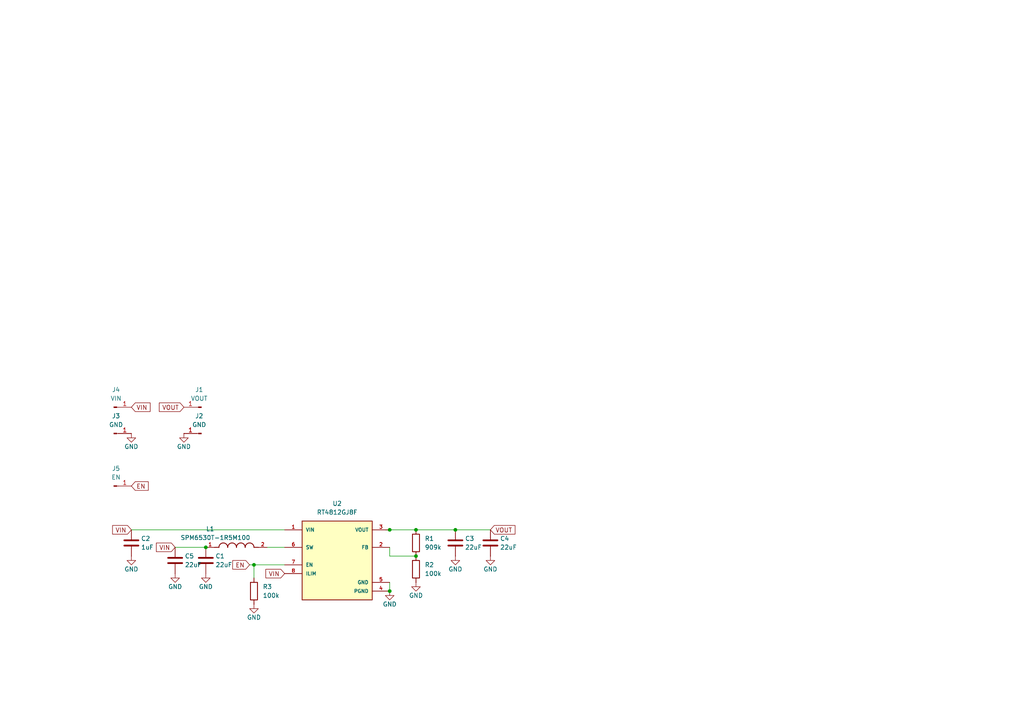
<source format=kicad_sch>
(kicad_sch
	(version 20250114)
	(generator "eeschema")
	(generator_version "9.0")
	(uuid "3f2505ce-c6fe-4b51-9312-30029f83ac24")
	(paper "A4")
	(lib_symbols
		(symbol "Connector:Conn_01x01_Pin"
			(pin_names
				(offset 1.016)
				(hide yes)
			)
			(exclude_from_sim no)
			(in_bom yes)
			(on_board yes)
			(property "Reference" "J"
				(at 0 2.54 0)
				(effects
					(font
						(size 1.27 1.27)
					)
				)
			)
			(property "Value" "Conn_01x01_Pin"
				(at 0 -2.54 0)
				(effects
					(font
						(size 1.27 1.27)
					)
				)
			)
			(property "Footprint" ""
				(at 0 0 0)
				(effects
					(font
						(size 1.27 1.27)
					)
					(hide yes)
				)
			)
			(property "Datasheet" "~"
				(at 0 0 0)
				(effects
					(font
						(size 1.27 1.27)
					)
					(hide yes)
				)
			)
			(property "Description" "Generic connector, single row, 01x01, script generated"
				(at 0 0 0)
				(effects
					(font
						(size 1.27 1.27)
					)
					(hide yes)
				)
			)
			(property "ki_locked" ""
				(at 0 0 0)
				(effects
					(font
						(size 1.27 1.27)
					)
				)
			)
			(property "ki_keywords" "connector"
				(at 0 0 0)
				(effects
					(font
						(size 1.27 1.27)
					)
					(hide yes)
				)
			)
			(property "ki_fp_filters" "Connector*:*_1x??_*"
				(at 0 0 0)
				(effects
					(font
						(size 1.27 1.27)
					)
					(hide yes)
				)
			)
			(symbol "Conn_01x01_Pin_1_1"
				(rectangle
					(start 0.8636 0.127)
					(end 0 -0.127)
					(stroke
						(width 0.1524)
						(type default)
					)
					(fill
						(type outline)
					)
				)
				(polyline
					(pts
						(xy 1.27 0) (xy 0.8636 0)
					)
					(stroke
						(width 0.1524)
						(type default)
					)
					(fill
						(type none)
					)
				)
				(pin passive line
					(at 5.08 0 180)
					(length 3.81)
					(name "Pin_1"
						(effects
							(font
								(size 1.27 1.27)
							)
						)
					)
					(number "1"
						(effects
							(font
								(size 1.27 1.27)
							)
						)
					)
				)
			)
			(embedded_fonts no)
		)
		(symbol "Device:C"
			(pin_numbers
				(hide yes)
			)
			(pin_names
				(offset 0.254)
			)
			(exclude_from_sim no)
			(in_bom yes)
			(on_board yes)
			(property "Reference" "C"
				(at 0.635 2.54 0)
				(effects
					(font
						(size 1.27 1.27)
					)
					(justify left)
				)
			)
			(property "Value" "C"
				(at 0.635 -2.54 0)
				(effects
					(font
						(size 1.27 1.27)
					)
					(justify left)
				)
			)
			(property "Footprint" ""
				(at 0.9652 -3.81 0)
				(effects
					(font
						(size 1.27 1.27)
					)
					(hide yes)
				)
			)
			(property "Datasheet" "~"
				(at 0 0 0)
				(effects
					(font
						(size 1.27 1.27)
					)
					(hide yes)
				)
			)
			(property "Description" "Unpolarized capacitor"
				(at 0 0 0)
				(effects
					(font
						(size 1.27 1.27)
					)
					(hide yes)
				)
			)
			(property "ki_keywords" "cap capacitor"
				(at 0 0 0)
				(effects
					(font
						(size 1.27 1.27)
					)
					(hide yes)
				)
			)
			(property "ki_fp_filters" "C_*"
				(at 0 0 0)
				(effects
					(font
						(size 1.27 1.27)
					)
					(hide yes)
				)
			)
			(symbol "C_0_1"
				(polyline
					(pts
						(xy -2.032 0.762) (xy 2.032 0.762)
					)
					(stroke
						(width 0.508)
						(type default)
					)
					(fill
						(type none)
					)
				)
				(polyline
					(pts
						(xy -2.032 -0.762) (xy 2.032 -0.762)
					)
					(stroke
						(width 0.508)
						(type default)
					)
					(fill
						(type none)
					)
				)
			)
			(symbol "C_1_1"
				(pin passive line
					(at 0 3.81 270)
					(length 2.794)
					(name "~"
						(effects
							(font
								(size 1.27 1.27)
							)
						)
					)
					(number "1"
						(effects
							(font
								(size 1.27 1.27)
							)
						)
					)
				)
				(pin passive line
					(at 0 -3.81 90)
					(length 2.794)
					(name "~"
						(effects
							(font
								(size 1.27 1.27)
							)
						)
					)
					(number "2"
						(effects
							(font
								(size 1.27 1.27)
							)
						)
					)
				)
			)
			(embedded_fonts no)
		)
		(symbol "Device:R"
			(pin_numbers
				(hide yes)
			)
			(pin_names
				(offset 0)
			)
			(exclude_from_sim no)
			(in_bom yes)
			(on_board yes)
			(property "Reference" "R"
				(at 2.032 0 90)
				(effects
					(font
						(size 1.27 1.27)
					)
				)
			)
			(property "Value" "R"
				(at 0 0 90)
				(effects
					(font
						(size 1.27 1.27)
					)
				)
			)
			(property "Footprint" ""
				(at -1.778 0 90)
				(effects
					(font
						(size 1.27 1.27)
					)
					(hide yes)
				)
			)
			(property "Datasheet" "~"
				(at 0 0 0)
				(effects
					(font
						(size 1.27 1.27)
					)
					(hide yes)
				)
			)
			(property "Description" "Resistor"
				(at 0 0 0)
				(effects
					(font
						(size 1.27 1.27)
					)
					(hide yes)
				)
			)
			(property "ki_keywords" "R res resistor"
				(at 0 0 0)
				(effects
					(font
						(size 1.27 1.27)
					)
					(hide yes)
				)
			)
			(property "ki_fp_filters" "R_*"
				(at 0 0 0)
				(effects
					(font
						(size 1.27 1.27)
					)
					(hide yes)
				)
			)
			(symbol "R_0_1"
				(rectangle
					(start -1.016 -2.54)
					(end 1.016 2.54)
					(stroke
						(width 0.254)
						(type default)
					)
					(fill
						(type none)
					)
				)
			)
			(symbol "R_1_1"
				(pin passive line
					(at 0 3.81 270)
					(length 1.27)
					(name "~"
						(effects
							(font
								(size 1.27 1.27)
							)
						)
					)
					(number "1"
						(effects
							(font
								(size 1.27 1.27)
							)
						)
					)
				)
				(pin passive line
					(at 0 -3.81 90)
					(length 1.27)
					(name "~"
						(effects
							(font
								(size 1.27 1.27)
							)
						)
					)
					(number "2"
						(effects
							(font
								(size 1.27 1.27)
							)
						)
					)
				)
			)
			(embedded_fonts no)
		)
		(symbol "RT4812GJ8F:RT4812GJ8F"
			(pin_names
				(offset 1.016)
			)
			(exclude_from_sim no)
			(in_bom yes)
			(on_board yes)
			(property "Reference" "U"
				(at -10.16 11.43 0)
				(effects
					(font
						(size 1.27 1.27)
					)
					(justify left bottom)
				)
			)
			(property "Value" "RT4812GJ8F"
				(at -10.16 -15.24 0)
				(effects
					(font
						(size 1.27 1.27)
					)
					(justify left bottom)
				)
			)
			(property "Footprint" "RT4812GJ8F:SOT65P279X100-8N"
				(at 0 0 0)
				(effects
					(font
						(size 1.27 1.27)
					)
					(justify bottom)
					(hide yes)
				)
			)
			(property "Datasheet" ""
				(at 0 0 0)
				(effects
					(font
						(size 1.27 1.27)
					)
					(hide yes)
				)
			)
			(property "Description" ""
				(at 0 0 0)
				(effects
					(font
						(size 1.27 1.27)
					)
					(hide yes)
				)
			)
			(property "PARTREV" "March 2019"
				(at 0 0 0)
				(effects
					(font
						(size 1.27 1.27)
					)
					(justify bottom)
					(hide yes)
				)
			)
			(property "STANDARD" "IPC 7351B"
				(at 0 0 0)
				(effects
					(font
						(size 1.27 1.27)
					)
					(justify bottom)
					(hide yes)
				)
			)
			(property "MAXIMUM_PACKAGE_HEIGHT" "1.0 mm"
				(at 0 0 0)
				(effects
					(font
						(size 1.27 1.27)
					)
					(justify bottom)
					(hide yes)
				)
			)
			(property "MANUFACTURER" "Richtek Technology"
				(at 0 0 0)
				(effects
					(font
						(size 1.27 1.27)
					)
					(justify bottom)
					(hide yes)
				)
			)
			(symbol "RT4812GJ8F_0_0"
				(rectangle
					(start -10.16 -12.7)
					(end 10.16 10.16)
					(stroke
						(width 0.254)
						(type default)
					)
					(fill
						(type background)
					)
				)
				(pin input line
					(at -15.24 7.62 0)
					(length 5.08)
					(name "VIN"
						(effects
							(font
								(size 1.016 1.016)
							)
						)
					)
					(number "1"
						(effects
							(font
								(size 1.016 1.016)
							)
						)
					)
				)
				(pin passive line
					(at -15.24 2.54 0)
					(length 5.08)
					(name "SW"
						(effects
							(font
								(size 1.016 1.016)
							)
						)
					)
					(number "6"
						(effects
							(font
								(size 1.016 1.016)
							)
						)
					)
				)
				(pin input line
					(at -15.24 -2.54 0)
					(length 5.08)
					(name "EN"
						(effects
							(font
								(size 1.016 1.016)
							)
						)
					)
					(number "7"
						(effects
							(font
								(size 1.016 1.016)
							)
						)
					)
				)
				(pin input line
					(at -15.24 -5.08 0)
					(length 5.08)
					(name "ILIM"
						(effects
							(font
								(size 1.016 1.016)
							)
						)
					)
					(number "8"
						(effects
							(font
								(size 1.016 1.016)
							)
						)
					)
				)
				(pin output line
					(at 15.24 7.62 180)
					(length 5.08)
					(name "VOUT"
						(effects
							(font
								(size 1.016 1.016)
							)
						)
					)
					(number "3"
						(effects
							(font
								(size 1.016 1.016)
							)
						)
					)
				)
				(pin input line
					(at 15.24 2.54 180)
					(length 5.08)
					(name "FB"
						(effects
							(font
								(size 1.016 1.016)
							)
						)
					)
					(number "2"
						(effects
							(font
								(size 1.016 1.016)
							)
						)
					)
				)
				(pin power_in line
					(at 15.24 -7.62 180)
					(length 5.08)
					(name "GND"
						(effects
							(font
								(size 1.016 1.016)
							)
						)
					)
					(number "5"
						(effects
							(font
								(size 1.016 1.016)
							)
						)
					)
				)
				(pin power_in line
					(at 15.24 -10.16 180)
					(length 5.08)
					(name "PGND"
						(effects
							(font
								(size 1.016 1.016)
							)
						)
					)
					(number "4"
						(effects
							(font
								(size 1.016 1.016)
							)
						)
					)
				)
			)
			(embedded_fonts no)
		)
		(symbol "SPM6530T-1R5M100:SPM6530T-1R5M100"
			(pin_names
				(offset 1.016)
			)
			(exclude_from_sim no)
			(in_bom yes)
			(on_board yes)
			(property "Reference" "L"
				(at -10.16 5.08 0)
				(effects
					(font
						(size 1.27 1.27)
					)
					(justify left bottom)
				)
			)
			(property "Value" "SPM6530T-1R5M100"
				(at -10.16 -5.08 0)
				(effects
					(font
						(size 1.27 1.27)
					)
					(justify left top)
				)
			)
			(property "Footprint" "SPM6530T_1R5M100:IND_SPM6530T-1R5M100"
				(at 0 0 0)
				(effects
					(font
						(size 1.27 1.27)
					)
					(justify bottom)
					(hide yes)
				)
			)
			(property "Datasheet" ""
				(at 0 0 0)
				(effects
					(font
						(size 1.27 1.27)
					)
					(hide yes)
				)
			)
			(property "Description" ""
				(at 0 0 0)
				(effects
					(font
						(size 1.27 1.27)
					)
					(hide yes)
				)
			)
			(property "PARTREV" "N/A"
				(at 0 0 0)
				(effects
					(font
						(size 1.27 1.27)
					)
					(justify bottom)
					(hide yes)
				)
			)
			(property "STANDARD" "Manufacturer Recommendations"
				(at 0 0 0)
				(effects
					(font
						(size 1.27 1.27)
					)
					(justify bottom)
					(hide yes)
				)
			)
			(property "MAXIMUM_PACKAGE_HEIGHT" "3.0 mm"
				(at 0 0 0)
				(effects
					(font
						(size 1.27 1.27)
					)
					(justify bottom)
					(hide yes)
				)
			)
			(property "MANUFACTURER" "TDK"
				(at 0 0 0)
				(effects
					(font
						(size 1.27 1.27)
					)
					(justify bottom)
					(hide yes)
				)
			)
			(symbol "SPM6530T-1R5M100_0_0"
				(polyline
					(pts
						(xy -5.08 0) (xy -6.35 0)
					)
					(stroke
						(width 0.254)
						(type default)
					)
					(fill
						(type none)
					)
				)
				(arc
					(start -5.08 0)
					(mid -3.81 1.2645)
					(end -2.54 0)
					(stroke
						(width 0.254)
						(type default)
					)
					(fill
						(type none)
					)
				)
				(arc
					(start -2.54 0)
					(mid -1.27 1.2645)
					(end 0 0)
					(stroke
						(width 0.254)
						(type default)
					)
					(fill
						(type none)
					)
				)
				(arc
					(start 0 0)
					(mid 1.27 1.2645)
					(end 2.54 0)
					(stroke
						(width 0.254)
						(type default)
					)
					(fill
						(type none)
					)
				)
				(arc
					(start 2.54 0)
					(mid 3.81 1.2645)
					(end 5.08 0)
					(stroke
						(width 0.254)
						(type default)
					)
					(fill
						(type none)
					)
				)
				(polyline
					(pts
						(xy 5.08 0) (xy 6.35 0)
					)
					(stroke
						(width 0.254)
						(type default)
					)
					(fill
						(type none)
					)
				)
			)
			(symbol "SPM6530T-1R5M100_1_0"
				(pin passive line
					(at -8.89 0 0)
					(length 2.54)
					(name "~"
						(effects
							(font
								(size 1.016 1.016)
							)
						)
					)
					(number "1"
						(effects
							(font
								(size 1.016 1.016)
							)
						)
					)
				)
				(pin passive line
					(at 8.89 0 180)
					(length 2.54)
					(name "~"
						(effects
							(font
								(size 1.016 1.016)
							)
						)
					)
					(number "2"
						(effects
							(font
								(size 1.016 1.016)
							)
						)
					)
				)
			)
			(embedded_fonts no)
		)
		(symbol "power:GND"
			(power)
			(pin_numbers
				(hide yes)
			)
			(pin_names
				(offset 0)
				(hide yes)
			)
			(exclude_from_sim no)
			(in_bom yes)
			(on_board yes)
			(property "Reference" "#PWR"
				(at 0 -6.35 0)
				(effects
					(font
						(size 1.27 1.27)
					)
					(hide yes)
				)
			)
			(property "Value" "GND"
				(at 0 -3.81 0)
				(effects
					(font
						(size 1.27 1.27)
					)
				)
			)
			(property "Footprint" ""
				(at 0 0 0)
				(effects
					(font
						(size 1.27 1.27)
					)
					(hide yes)
				)
			)
			(property "Datasheet" ""
				(at 0 0 0)
				(effects
					(font
						(size 1.27 1.27)
					)
					(hide yes)
				)
			)
			(property "Description" "Power symbol creates a global label with name \"GND\" , ground"
				(at 0 0 0)
				(effects
					(font
						(size 1.27 1.27)
					)
					(hide yes)
				)
			)
			(property "ki_keywords" "global power"
				(at 0 0 0)
				(effects
					(font
						(size 1.27 1.27)
					)
					(hide yes)
				)
			)
			(symbol "GND_0_1"
				(polyline
					(pts
						(xy 0 0) (xy 0 -1.27) (xy 1.27 -1.27) (xy 0 -2.54) (xy -1.27 -1.27) (xy 0 -1.27)
					)
					(stroke
						(width 0)
						(type default)
					)
					(fill
						(type none)
					)
				)
			)
			(symbol "GND_1_1"
				(pin power_in line
					(at 0 0 270)
					(length 0)
					(name "~"
						(effects
							(font
								(size 1.27 1.27)
							)
						)
					)
					(number "1"
						(effects
							(font
								(size 1.27 1.27)
							)
						)
					)
				)
			)
			(embedded_fonts no)
		)
	)
	(junction
		(at 113.03 171.45)
		(diameter 0)
		(color 0 0 0 0)
		(uuid "1812d37f-44b8-48f6-8713-2601a5d2397c")
	)
	(junction
		(at 120.65 161.29)
		(diameter 0)
		(color 0 0 0 0)
		(uuid "2d62fee0-389b-4fa0-9370-0daf10f0bd1a")
	)
	(junction
		(at 59.69 158.75)
		(diameter 0)
		(color 0 0 0 0)
		(uuid "77fcb62c-9674-4f67-a082-2243c5454d30")
	)
	(junction
		(at 73.66 163.83)
		(diameter 0)
		(color 0 0 0 0)
		(uuid "7ce72859-4bbc-4fce-9694-9c7fc0644f46")
	)
	(junction
		(at 132.08 153.67)
		(diameter 0)
		(color 0 0 0 0)
		(uuid "b9b2e2a7-29a2-4e31-8f5a-ad6d6eaae581")
	)
	(junction
		(at 120.65 153.67)
		(diameter 0)
		(color 0 0 0 0)
		(uuid "bd9a9339-67ba-4f3d-a717-ee38da643f6b")
	)
	(junction
		(at 113.03 153.67)
		(diameter 0)
		(color 0 0 0 0)
		(uuid "f5eb7e28-585e-4309-9fdc-5fad334340d4")
	)
	(wire
		(pts
			(xy 73.66 163.83) (xy 82.55 163.83)
		)
		(stroke
			(width 0)
			(type default)
		)
		(uuid "0d4fde2c-e20e-4db7-9b5e-e108965c802a")
	)
	(wire
		(pts
			(xy 72.39 163.83) (xy 73.66 163.83)
		)
		(stroke
			(width 0)
			(type default)
		)
		(uuid "2a490942-ea71-4931-b8cf-d6aa8479f61b")
	)
	(wire
		(pts
			(xy 77.47 158.75) (xy 82.55 158.75)
		)
		(stroke
			(width 0)
			(type default)
		)
		(uuid "38d4034a-a201-429f-9aaa-edd8874ee5c7")
	)
	(wire
		(pts
			(xy 38.1 153.67) (xy 82.55 153.67)
		)
		(stroke
			(width 0)
			(type default)
		)
		(uuid "537bf7c8-3f01-4e23-9d8d-de309dc8011d")
	)
	(wire
		(pts
			(xy 111.76 153.67) (xy 113.03 153.67)
		)
		(stroke
			(width 0)
			(type default)
		)
		(uuid "619847a1-11f9-4f41-9706-a92190832354")
	)
	(wire
		(pts
			(xy 50.8 158.75) (xy 59.69 158.75)
		)
		(stroke
			(width 0)
			(type default)
		)
		(uuid "63669640-99f1-4544-b568-92d8b16eae96")
	)
	(wire
		(pts
			(xy 132.08 153.67) (xy 142.24 153.67)
		)
		(stroke
			(width 0)
			(type default)
		)
		(uuid "6ad28cb8-f6ef-4e07-af56-0f2ff80363e3")
	)
	(wire
		(pts
			(xy 113.03 161.29) (xy 120.65 161.29)
		)
		(stroke
			(width 0)
			(type default)
		)
		(uuid "7911ab02-d2ce-4203-bd1a-22b7444a8c74")
	)
	(wire
		(pts
			(xy 113.03 158.75) (xy 113.03 161.29)
		)
		(stroke
			(width 0)
			(type default)
		)
		(uuid "88f6b1ba-e737-4d14-b25c-a648dfe420fd")
	)
	(wire
		(pts
			(xy 73.66 163.83) (xy 73.66 167.64)
		)
		(stroke
			(width 0)
			(type default)
		)
		(uuid "9544c643-cf88-4250-9870-27c9fa7baeef")
	)
	(wire
		(pts
			(xy 120.65 153.67) (xy 132.08 153.67)
		)
		(stroke
			(width 0)
			(type default)
		)
		(uuid "e45c3505-654e-4bf6-aae6-02dba76ff659")
	)
	(wire
		(pts
			(xy 113.03 168.91) (xy 113.03 171.45)
		)
		(stroke
			(width 0)
			(type default)
		)
		(uuid "f595941f-d77f-431e-a253-4b4870a3fe36")
	)
	(wire
		(pts
			(xy 113.03 153.67) (xy 120.65 153.67)
		)
		(stroke
			(width 0)
			(type default)
		)
		(uuid "f89dfc23-f1af-464b-9aa3-46caad9d9be3")
	)
	(global_label "VIN"
		(shape input)
		(at 50.8 158.75 180)
		(fields_autoplaced yes)
		(effects
			(font
				(size 1.27 1.27)
			)
			(justify right)
		)
		(uuid "008eb17d-8ac2-46d7-9e2a-4a41ce04c4e1")
		(property "Intersheetrefs" "${INTERSHEET_REFS}"
			(at 44.7909 158.75 0)
			(effects
				(font
					(size 1.27 1.27)
				)
				(justify right)
				(hide yes)
			)
		)
	)
	(global_label "EN"
		(shape input)
		(at 38.1 140.97 0)
		(fields_autoplaced yes)
		(effects
			(font
				(size 1.27 1.27)
			)
			(justify left)
		)
		(uuid "1748f041-f93a-4270-9344-c8aa9f8995b6")
		(property "Intersheetrefs" "${INTERSHEET_REFS}"
			(at 43.5647 140.97 0)
			(effects
				(font
					(size 1.27 1.27)
				)
				(justify left)
				(hide yes)
			)
		)
	)
	(global_label "VIN"
		(shape input)
		(at 38.1 118.11 0)
		(fields_autoplaced yes)
		(effects
			(font
				(size 1.27 1.27)
			)
			(justify left)
		)
		(uuid "56f9b2a7-c13f-4220-80f0-f942e21a185d")
		(property "Intersheetrefs" "${INTERSHEET_REFS}"
			(at 44.1091 118.11 0)
			(effects
				(font
					(size 1.27 1.27)
				)
				(justify left)
				(hide yes)
			)
		)
	)
	(global_label "VIN"
		(shape input)
		(at 38.1 153.67 180)
		(fields_autoplaced yes)
		(effects
			(font
				(size 1.27 1.27)
			)
			(justify right)
		)
		(uuid "78c908ad-1c38-43d1-ae00-e41460689c48")
		(property "Intersheetrefs" "${INTERSHEET_REFS}"
			(at 32.0909 153.67 0)
			(effects
				(font
					(size 1.27 1.27)
				)
				(justify right)
				(hide yes)
			)
		)
	)
	(global_label "EN"
		(shape input)
		(at 72.39 163.83 180)
		(fields_autoplaced yes)
		(effects
			(font
				(size 1.27 1.27)
			)
			(justify right)
		)
		(uuid "a813979d-1588-408f-ace9-19cd52cecdeb")
		(property "Intersheetrefs" "${INTERSHEET_REFS}"
			(at 66.9253 163.83 0)
			(effects
				(font
					(size 1.27 1.27)
				)
				(justify right)
				(hide yes)
			)
		)
	)
	(global_label "VOUT"
		(shape input)
		(at 142.24 153.67 0)
		(fields_autoplaced yes)
		(effects
			(font
				(size 1.27 1.27)
			)
			(justify left)
		)
		(uuid "b57e0ec2-0c3a-4cfc-990f-0dede499f5bc")
		(property "Intersheetrefs" "${INTERSHEET_REFS}"
			(at 149.9424 153.67 0)
			(effects
				(font
					(size 1.27 1.27)
				)
				(justify left)
				(hide yes)
			)
		)
	)
	(global_label "VIN"
		(shape input)
		(at 82.55 166.37 180)
		(fields_autoplaced yes)
		(effects
			(font
				(size 1.27 1.27)
			)
			(justify right)
		)
		(uuid "d2f6a668-216d-4870-9d63-80628ff35c74")
		(property "Intersheetrefs" "${INTERSHEET_REFS}"
			(at 76.5409 166.37 0)
			(effects
				(font
					(size 1.27 1.27)
				)
				(justify right)
				(hide yes)
			)
		)
	)
	(global_label "VOUT"
		(shape input)
		(at 53.34 118.11 180)
		(fields_autoplaced yes)
		(effects
			(font
				(size 1.27 1.27)
			)
			(justify right)
		)
		(uuid "ee89030f-e41c-43ae-b25c-da0a9d27016b")
		(property "Intersheetrefs" "${INTERSHEET_REFS}"
			(at 45.6376 118.11 0)
			(effects
				(font
					(size 1.27 1.27)
				)
				(justify right)
				(hide yes)
			)
		)
	)
	(symbol
		(lib_id "power:GND")
		(at 142.24 161.29 0)
		(unit 1)
		(exclude_from_sim no)
		(in_bom yes)
		(on_board yes)
		(dnp no)
		(uuid "00c67873-b519-4f0e-a9ef-a8c0c3366f3f")
		(property "Reference" "#PWR014"
			(at 142.24 167.64 0)
			(effects
				(font
					(size 1.27 1.27)
				)
				(hide yes)
			)
		)
		(property "Value" "GND"
			(at 142.24 165.1 0)
			(effects
				(font
					(size 1.27 1.27)
				)
			)
		)
		(property "Footprint" ""
			(at 142.24 161.29 0)
			(effects
				(font
					(size 1.27 1.27)
				)
				(hide yes)
			)
		)
		(property "Datasheet" ""
			(at 142.24 161.29 0)
			(effects
				(font
					(size 1.27 1.27)
				)
				(hide yes)
			)
		)
		(property "Description" "Power symbol creates a global label with name \"GND\" , ground"
			(at 142.24 161.29 0)
			(effects
				(font
					(size 1.27 1.27)
				)
				(hide yes)
			)
		)
		(pin "1"
			(uuid "c697e53d-e0fc-4648-8144-1a2fdc2b122f")
		)
		(instances
			(project "Test 2"
				(path "/3f2505ce-c6fe-4b51-9312-30029f83ac24"
					(reference "#PWR014")
					(unit 1)
				)
			)
		)
	)
	(symbol
		(lib_id "power:GND")
		(at 113.03 171.45 0)
		(unit 1)
		(exclude_from_sim no)
		(in_bom yes)
		(on_board yes)
		(dnp no)
		(uuid "0427d772-2c96-4be4-a642-4804c29e53af")
		(property "Reference" "#PWR07"
			(at 113.03 177.8 0)
			(effects
				(font
					(size 1.27 1.27)
				)
				(hide yes)
			)
		)
		(property "Value" "GND"
			(at 113.03 175.26 0)
			(effects
				(font
					(size 1.27 1.27)
				)
			)
		)
		(property "Footprint" ""
			(at 113.03 171.45 0)
			(effects
				(font
					(size 1.27 1.27)
				)
				(hide yes)
			)
		)
		(property "Datasheet" ""
			(at 113.03 171.45 0)
			(effects
				(font
					(size 1.27 1.27)
				)
				(hide yes)
			)
		)
		(property "Description" "Power symbol creates a global label with name \"GND\" , ground"
			(at 113.03 171.45 0)
			(effects
				(font
					(size 1.27 1.27)
				)
				(hide yes)
			)
		)
		(pin "1"
			(uuid "b15386e3-0111-464d-a117-156caf99dd79")
		)
		(instances
			(project "Test 2"
				(path "/3f2505ce-c6fe-4b51-9312-30029f83ac24"
					(reference "#PWR07")
					(unit 1)
				)
			)
		)
	)
	(symbol
		(lib_id "power:GND")
		(at 120.65 168.91 0)
		(unit 1)
		(exclude_from_sim no)
		(in_bom yes)
		(on_board yes)
		(dnp no)
		(uuid "1a4fdb34-f499-463f-b383-55b3334296d8")
		(property "Reference" "#PWR012"
			(at 120.65 175.26 0)
			(effects
				(font
					(size 1.27 1.27)
				)
				(hide yes)
			)
		)
		(property "Value" "GND"
			(at 120.65 172.72 0)
			(effects
				(font
					(size 1.27 1.27)
				)
			)
		)
		(property "Footprint" ""
			(at 120.65 168.91 0)
			(effects
				(font
					(size 1.27 1.27)
				)
				(hide yes)
			)
		)
		(property "Datasheet" ""
			(at 120.65 168.91 0)
			(effects
				(font
					(size 1.27 1.27)
				)
				(hide yes)
			)
		)
		(property "Description" "Power symbol creates a global label with name \"GND\" , ground"
			(at 120.65 168.91 0)
			(effects
				(font
					(size 1.27 1.27)
				)
				(hide yes)
			)
		)
		(pin "1"
			(uuid "32d96c84-87d6-4d7c-a0be-3354438898d6")
		)
		(instances
			(project "Test 2"
				(path "/3f2505ce-c6fe-4b51-9312-30029f83ac24"
					(reference "#PWR012")
					(unit 1)
				)
			)
		)
	)
	(symbol
		(lib_id "Connector:Conn_01x01_Pin")
		(at 33.02 118.11 0)
		(unit 1)
		(exclude_from_sim no)
		(in_bom yes)
		(on_board yes)
		(dnp no)
		(fields_autoplaced yes)
		(uuid "2b060c8c-0899-4e78-bbef-63b391d42b58")
		(property "Reference" "J4"
			(at 33.655 113.03 0)
			(effects
				(font
					(size 1.27 1.27)
				)
			)
		)
		(property "Value" "VIN"
			(at 33.655 115.57 0)
			(effects
				(font
					(size 1.27 1.27)
				)
			)
		)
		(property "Footprint" "Solder pads:Solder_pad_4x3mm"
			(at 33.02 118.11 0)
			(effects
				(font
					(size 1.27 1.27)
				)
				(hide yes)
			)
		)
		(property "Datasheet" "~"
			(at 33.02 118.11 0)
			(effects
				(font
					(size 1.27 1.27)
				)
				(hide yes)
			)
		)
		(property "Description" "Generic connector, single row, 01x01, script generated"
			(at 33.02 118.11 0)
			(effects
				(font
					(size 1.27 1.27)
				)
				(hide yes)
			)
		)
		(pin "1"
			(uuid "c270ab6e-b6c1-4029-acd4-31a9d434d6fe")
		)
		(instances
			(project "Test 1"
				(path "/3f2505ce-c6fe-4b51-9312-30029f83ac24"
					(reference "J4")
					(unit 1)
				)
			)
		)
	)
	(symbol
		(lib_id "SPM6530T-1R5M100:SPM6530T-1R5M100")
		(at 68.58 158.75 0)
		(unit 1)
		(exclude_from_sim no)
		(in_bom yes)
		(on_board yes)
		(dnp no)
		(uuid "30aafe1c-cef5-4526-8f28-d9fe34966d00")
		(property "Reference" "L1"
			(at 60.96 153.416 0)
			(effects
				(font
					(size 1.27 1.27)
				)
			)
		)
		(property "Value" "SPM6530T-1R5M100"
			(at 62.484 155.956 0)
			(effects
				(font
					(size 1.27 1.27)
				)
			)
		)
		(property "Footprint" "SPM6530T_1R5M100:IND_SPM6530T-1R5M100"
			(at 68.58 158.75 0)
			(effects
				(font
					(size 1.27 1.27)
				)
				(justify bottom)
				(hide yes)
			)
		)
		(property "Datasheet" ""
			(at 68.58 158.75 0)
			(effects
				(font
					(size 1.27 1.27)
				)
				(hide yes)
			)
		)
		(property "Description" ""
			(at 68.58 158.75 0)
			(effects
				(font
					(size 1.27 1.27)
				)
				(hide yes)
			)
		)
		(property "PARTREV" "N/A"
			(at 68.58 158.75 0)
			(effects
				(font
					(size 1.27 1.27)
				)
				(justify bottom)
				(hide yes)
			)
		)
		(property "STANDARD" "Manufacturer Recommendations"
			(at 68.58 158.75 0)
			(effects
				(font
					(size 1.27 1.27)
				)
				(justify bottom)
				(hide yes)
			)
		)
		(property "MAXIMUM_PACKAGE_HEIGHT" "3.0 mm"
			(at 68.58 158.75 0)
			(effects
				(font
					(size 1.27 1.27)
				)
				(justify bottom)
				(hide yes)
			)
		)
		(property "MANUFACTURER" "TDK"
			(at 68.58 158.75 0)
			(effects
				(font
					(size 1.27 1.27)
				)
				(justify bottom)
				(hide yes)
			)
		)
		(pin "1"
			(uuid "ea43f83f-52ef-4a7d-8ead-77e496183a01")
		)
		(pin "2"
			(uuid "e0dc9c53-88b8-4e10-ae5d-e3d0d042111d")
		)
		(instances
			(project "Test 2"
				(path "/3f2505ce-c6fe-4b51-9312-30029f83ac24"
					(reference "L1")
					(unit 1)
				)
			)
		)
	)
	(symbol
		(lib_id "Device:C")
		(at 38.1 157.48 0)
		(unit 1)
		(exclude_from_sim no)
		(in_bom yes)
		(on_board yes)
		(dnp no)
		(uuid "32b19519-c35b-484e-b4a0-d2acea23992c")
		(property "Reference" "C2"
			(at 40.894 156.21 0)
			(effects
				(font
					(size 1.27 1.27)
				)
				(justify left)
			)
		)
		(property "Value" "1uF"
			(at 40.894 158.75 0)
			(effects
				(font
					(size 1.27 1.27)
				)
				(justify left)
			)
		)
		(property "Footprint" "Capacitor_SMD:C_0603_1608Metric"
			(at 39.0652 161.29 0)
			(effects
				(font
					(size 1.27 1.27)
				)
				(hide yes)
			)
		)
		(property "Datasheet" "~"
			(at 38.1 157.48 0)
			(effects
				(font
					(size 1.27 1.27)
				)
				(hide yes)
			)
		)
		(property "Description" "Unpolarized capacitor"
			(at 38.1 157.48 0)
			(effects
				(font
					(size 1.27 1.27)
				)
				(hide yes)
			)
		)
		(pin "1"
			(uuid "637165fb-6a1c-46f1-aa40-394fc8339f0a")
		)
		(pin "2"
			(uuid "4e38eedc-e3cb-4832-8911-1f771eab1ce9")
		)
		(instances
			(project "Test 2"
				(path "/3f2505ce-c6fe-4b51-9312-30029f83ac24"
					(reference "C2")
					(unit 1)
				)
			)
		)
	)
	(symbol
		(lib_id "Device:C")
		(at 132.08 157.48 0)
		(unit 1)
		(exclude_from_sim no)
		(in_bom yes)
		(on_board yes)
		(dnp no)
		(uuid "35478e6d-aabe-4a22-a5b6-4c36f4728e35")
		(property "Reference" "C3"
			(at 134.874 156.21 0)
			(effects
				(font
					(size 1.27 1.27)
				)
				(justify left)
			)
		)
		(property "Value" "22uF"
			(at 134.874 158.75 0)
			(effects
				(font
					(size 1.27 1.27)
				)
				(justify left)
			)
		)
		(property "Footprint" "Capacitor_SMD:C_0805_2012Metric"
			(at 133.0452 161.29 0)
			(effects
				(font
					(size 1.27 1.27)
				)
				(hide yes)
			)
		)
		(property "Datasheet" "~"
			(at 132.08 157.48 0)
			(effects
				(font
					(size 1.27 1.27)
				)
				(hide yes)
			)
		)
		(property "Description" "Unpolarized capacitor"
			(at 132.08 157.48 0)
			(effects
				(font
					(size 1.27 1.27)
				)
				(hide yes)
			)
		)
		(property "LCSC" "GRM21BR61C226ME44"
			(at 132.08 157.48 0)
			(effects
				(font
					(size 1.27 1.27)
				)
				(hide yes)
			)
		)
		(pin "1"
			(uuid "b5a05d25-1472-4a92-a2db-76c8ab3ad51c")
		)
		(pin "2"
			(uuid "f6df639f-b295-415f-a112-01312fd373a3")
		)
		(instances
			(project "Test 2"
				(path "/3f2505ce-c6fe-4b51-9312-30029f83ac24"
					(reference "C3")
					(unit 1)
				)
			)
		)
	)
	(symbol
		(lib_id "power:GND")
		(at 53.34 125.73 0)
		(unit 1)
		(exclude_from_sim no)
		(in_bom yes)
		(on_board yes)
		(dnp no)
		(uuid "4d648c02-dcbb-44f5-8a39-30bff025934c")
		(property "Reference" "#PWR011"
			(at 53.34 132.08 0)
			(effects
				(font
					(size 1.27 1.27)
				)
				(hide yes)
			)
		)
		(property "Value" "GND"
			(at 53.34 129.54 0)
			(effects
				(font
					(size 1.27 1.27)
				)
			)
		)
		(property "Footprint" ""
			(at 53.34 125.73 0)
			(effects
				(font
					(size 1.27 1.27)
				)
				(hide yes)
			)
		)
		(property "Datasheet" ""
			(at 53.34 125.73 0)
			(effects
				(font
					(size 1.27 1.27)
				)
				(hide yes)
			)
		)
		(property "Description" "Power symbol creates a global label with name \"GND\" , ground"
			(at 53.34 125.73 0)
			(effects
				(font
					(size 1.27 1.27)
				)
				(hide yes)
			)
		)
		(pin "1"
			(uuid "085fde1a-fb3d-4838-94a9-dc08ba091ffe")
		)
		(instances
			(project "Test 1"
				(path "/3f2505ce-c6fe-4b51-9312-30029f83ac24"
					(reference "#PWR011")
					(unit 1)
				)
			)
		)
	)
	(symbol
		(lib_id "Connector:Conn_01x01_Pin")
		(at 33.02 125.73 0)
		(unit 1)
		(exclude_from_sim no)
		(in_bom yes)
		(on_board yes)
		(dnp no)
		(fields_autoplaced yes)
		(uuid "5a8967e1-a25e-494d-a6df-8cea1f932d29")
		(property "Reference" "J3"
			(at 33.655 120.65 0)
			(effects
				(font
					(size 1.27 1.27)
				)
			)
		)
		(property "Value" "GND"
			(at 33.655 123.19 0)
			(effects
				(font
					(size 1.27 1.27)
				)
			)
		)
		(property "Footprint" "Solder pads:Solder_pad_4x3mm"
			(at 33.02 125.73 0)
			(effects
				(font
					(size 1.27 1.27)
				)
				(hide yes)
			)
		)
		(property "Datasheet" "~"
			(at 33.02 125.73 0)
			(effects
				(font
					(size 1.27 1.27)
				)
				(hide yes)
			)
		)
		(property "Description" "Generic connector, single row, 01x01, script generated"
			(at 33.02 125.73 0)
			(effects
				(font
					(size 1.27 1.27)
				)
				(hide yes)
			)
		)
		(pin "1"
			(uuid "5dfe01c3-795b-4b33-be23-3a19dc657e42")
		)
		(instances
			(project "Test 1"
				(path "/3f2505ce-c6fe-4b51-9312-30029f83ac24"
					(reference "J3")
					(unit 1)
				)
			)
		)
	)
	(symbol
		(lib_id "Device:R")
		(at 73.66 171.45 0)
		(unit 1)
		(exclude_from_sim no)
		(in_bom yes)
		(on_board yes)
		(dnp no)
		(fields_autoplaced yes)
		(uuid "6edd5612-1c9a-48f5-bfdc-3ac2a99f42d3")
		(property "Reference" "R3"
			(at 76.2 170.1799 0)
			(effects
				(font
					(size 1.27 1.27)
				)
				(justify left)
			)
		)
		(property "Value" "100k"
			(at 76.2 172.7199 0)
			(effects
				(font
					(size 1.27 1.27)
				)
				(justify left)
			)
		)
		(property "Footprint" "Resistor_SMD:R_0603_1608Metric"
			(at 71.882 171.45 90)
			(effects
				(font
					(size 1.27 1.27)
				)
				(hide yes)
			)
		)
		(property "Datasheet" "~"
			(at 73.66 171.45 0)
			(effects
				(font
					(size 1.27 1.27)
				)
				(hide yes)
			)
		)
		(property "Description" "Resistor"
			(at 73.66 171.45 0)
			(effects
				(font
					(size 1.27 1.27)
				)
				(hide yes)
			)
		)
		(pin "2"
			(uuid "e39756cf-1d13-4e6e-8a4f-c84752cb84da")
		)
		(pin "1"
			(uuid "e88e8018-f81f-411b-b413-38ada8b0a7ef")
		)
		(instances
			(project "Test 2"
				(path "/3f2505ce-c6fe-4b51-9312-30029f83ac24"
					(reference "R3")
					(unit 1)
				)
			)
		)
	)
	(symbol
		(lib_id "power:GND")
		(at 132.08 161.29 0)
		(unit 1)
		(exclude_from_sim no)
		(in_bom yes)
		(on_board yes)
		(dnp no)
		(uuid "7c6fceed-d4c3-43c4-b055-39e467deb140")
		(property "Reference" "#PWR013"
			(at 132.08 167.64 0)
			(effects
				(font
					(size 1.27 1.27)
				)
				(hide yes)
			)
		)
		(property "Value" "GND"
			(at 132.08 165.1 0)
			(effects
				(font
					(size 1.27 1.27)
				)
			)
		)
		(property "Footprint" ""
			(at 132.08 161.29 0)
			(effects
				(font
					(size 1.27 1.27)
				)
				(hide yes)
			)
		)
		(property "Datasheet" ""
			(at 132.08 161.29 0)
			(effects
				(font
					(size 1.27 1.27)
				)
				(hide yes)
			)
		)
		(property "Description" "Power symbol creates a global label with name \"GND\" , ground"
			(at 132.08 161.29 0)
			(effects
				(font
					(size 1.27 1.27)
				)
				(hide yes)
			)
		)
		(pin "1"
			(uuid "a9aa577a-b561-4994-88c1-9ad85dfb0da9")
		)
		(instances
			(project "Test 2"
				(path "/3f2505ce-c6fe-4b51-9312-30029f83ac24"
					(reference "#PWR013")
					(unit 1)
				)
			)
		)
	)
	(symbol
		(lib_id "Device:R")
		(at 120.65 157.48 0)
		(unit 1)
		(exclude_from_sim no)
		(in_bom yes)
		(on_board yes)
		(dnp no)
		(fields_autoplaced yes)
		(uuid "8cdc78d4-0c82-41ca-80a1-03c3fba0985c")
		(property "Reference" "R1"
			(at 123.19 156.2099 0)
			(effects
				(font
					(size 1.27 1.27)
				)
				(justify left)
			)
		)
		(property "Value" "909k"
			(at 123.19 158.7499 0)
			(effects
				(font
					(size 1.27 1.27)
				)
				(justify left)
			)
		)
		(property "Footprint" "Resistor_SMD:R_0603_1608Metric"
			(at 118.872 157.48 90)
			(effects
				(font
					(size 1.27 1.27)
				)
				(hide yes)
			)
		)
		(property "Datasheet" "~"
			(at 120.65 157.48 0)
			(effects
				(font
					(size 1.27 1.27)
				)
				(hide yes)
			)
		)
		(property "Description" "Resistor"
			(at 120.65 157.48 0)
			(effects
				(font
					(size 1.27 1.27)
				)
				(hide yes)
			)
		)
		(pin "2"
			(uuid "1a86d1dc-8114-4440-adf2-df52d4c2f9f6")
		)
		(pin "1"
			(uuid "cf231390-df06-4ff6-8efb-7eab05172ec5")
		)
		(instances
			(project "Test 2"
				(path "/3f2505ce-c6fe-4b51-9312-30029f83ac24"
					(reference "R1")
					(unit 1)
				)
			)
		)
	)
	(symbol
		(lib_id "Device:C")
		(at 142.24 157.48 0)
		(unit 1)
		(exclude_from_sim no)
		(in_bom yes)
		(on_board yes)
		(dnp no)
		(uuid "91b21c1f-aaed-42b8-993d-6b6a6f99e9e2")
		(property "Reference" "C4"
			(at 145.034 156.21 0)
			(effects
				(font
					(size 1.27 1.27)
				)
				(justify left)
			)
		)
		(property "Value" "22uF"
			(at 145.034 158.75 0)
			(effects
				(font
					(size 1.27 1.27)
				)
				(justify left)
			)
		)
		(property "Footprint" "Capacitor_SMD:C_0805_2012Metric"
			(at 143.2052 161.29 0)
			(effects
				(font
					(size 1.27 1.27)
				)
				(hide yes)
			)
		)
		(property "Datasheet" "~"
			(at 142.24 157.48 0)
			(effects
				(font
					(size 1.27 1.27)
				)
				(hide yes)
			)
		)
		(property "Description" "Unpolarized capacitor"
			(at 142.24 157.48 0)
			(effects
				(font
					(size 1.27 1.27)
				)
				(hide yes)
			)
		)
		(property "LCSC" "GRM21BR61C226ME44"
			(at 142.24 157.48 0)
			(effects
				(font
					(size 1.27 1.27)
				)
				(hide yes)
			)
		)
		(pin "1"
			(uuid "8dc21cf4-2b4e-466a-81bd-4c64b21331f8")
		)
		(pin "2"
			(uuid "950ebd91-bd02-4cdb-9445-3036c0b41e40")
		)
		(instances
			(project "Test 2"
				(path "/3f2505ce-c6fe-4b51-9312-30029f83ac24"
					(reference "C4")
					(unit 1)
				)
			)
		)
	)
	(symbol
		(lib_id "power:GND")
		(at 38.1 125.73 0)
		(unit 1)
		(exclude_from_sim no)
		(in_bom yes)
		(on_board yes)
		(dnp no)
		(uuid "92d96a47-96bc-4790-82bb-97f8c28b1b27")
		(property "Reference" "#PWR010"
			(at 38.1 132.08 0)
			(effects
				(font
					(size 1.27 1.27)
				)
				(hide yes)
			)
		)
		(property "Value" "GND"
			(at 38.1 129.54 0)
			(effects
				(font
					(size 1.27 1.27)
				)
			)
		)
		(property "Footprint" ""
			(at 38.1 125.73 0)
			(effects
				(font
					(size 1.27 1.27)
				)
				(hide yes)
			)
		)
		(property "Datasheet" ""
			(at 38.1 125.73 0)
			(effects
				(font
					(size 1.27 1.27)
				)
				(hide yes)
			)
		)
		(property "Description" "Power symbol creates a global label with name \"GND\" , ground"
			(at 38.1 125.73 0)
			(effects
				(font
					(size 1.27 1.27)
				)
				(hide yes)
			)
		)
		(pin "1"
			(uuid "91aa6016-1f7b-450d-9887-45ec1ecae190")
		)
		(instances
			(project "Test 1"
				(path "/3f2505ce-c6fe-4b51-9312-30029f83ac24"
					(reference "#PWR010")
					(unit 1)
				)
			)
		)
	)
	(symbol
		(lib_id "Connector:Conn_01x01_Pin")
		(at 58.42 125.73 180)
		(unit 1)
		(exclude_from_sim no)
		(in_bom yes)
		(on_board yes)
		(dnp no)
		(fields_autoplaced yes)
		(uuid "98afee1a-7b2f-4bf9-b355-263b8d334ab7")
		(property "Reference" "J2"
			(at 57.785 120.65 0)
			(effects
				(font
					(size 1.27 1.27)
				)
			)
		)
		(property "Value" "GND"
			(at 57.785 123.19 0)
			(effects
				(font
					(size 1.27 1.27)
				)
			)
		)
		(property "Footprint" "Solder pads:Solder_pad_4x3mm"
			(at 58.42 125.73 0)
			(effects
				(font
					(size 1.27 1.27)
				)
				(hide yes)
			)
		)
		(property "Datasheet" "~"
			(at 58.42 125.73 0)
			(effects
				(font
					(size 1.27 1.27)
				)
				(hide yes)
			)
		)
		(property "Description" "Generic connector, single row, 01x01, script generated"
			(at 58.42 125.73 0)
			(effects
				(font
					(size 1.27 1.27)
				)
				(hide yes)
			)
		)
		(pin "1"
			(uuid "8c09978a-bba2-43e9-b4a7-53351f7340a5")
		)
		(instances
			(project "Test 1"
				(path "/3f2505ce-c6fe-4b51-9312-30029f83ac24"
					(reference "J2")
					(unit 1)
				)
			)
		)
	)
	(symbol
		(lib_id "power:GND")
		(at 73.66 175.26 0)
		(unit 1)
		(exclude_from_sim no)
		(in_bom yes)
		(on_board yes)
		(dnp no)
		(uuid "b32566bf-a672-44fd-889c-cfc27c839812")
		(property "Reference" "#PWR02"
			(at 73.66 181.61 0)
			(effects
				(font
					(size 1.27 1.27)
				)
				(hide yes)
			)
		)
		(property "Value" "GND"
			(at 73.66 179.07 0)
			(effects
				(font
					(size 1.27 1.27)
				)
			)
		)
		(property "Footprint" ""
			(at 73.66 175.26 0)
			(effects
				(font
					(size 1.27 1.27)
				)
				(hide yes)
			)
		)
		(property "Datasheet" ""
			(at 73.66 175.26 0)
			(effects
				(font
					(size 1.27 1.27)
				)
				(hide yes)
			)
		)
		(property "Description" "Power symbol creates a global label with name \"GND\" , ground"
			(at 73.66 175.26 0)
			(effects
				(font
					(size 1.27 1.27)
				)
				(hide yes)
			)
		)
		(pin "1"
			(uuid "80689dff-4e64-4872-ab93-38f1512934ac")
		)
		(instances
			(project "Test 2"
				(path "/3f2505ce-c6fe-4b51-9312-30029f83ac24"
					(reference "#PWR02")
					(unit 1)
				)
			)
		)
	)
	(symbol
		(lib_id "Connector:Conn_01x01_Pin")
		(at 58.42 118.11 180)
		(unit 1)
		(exclude_from_sim no)
		(in_bom yes)
		(on_board yes)
		(dnp no)
		(fields_autoplaced yes)
		(uuid "c09af189-0548-4ee9-818f-b90d6f7666a4")
		(property "Reference" "J1"
			(at 57.785 113.03 0)
			(effects
				(font
					(size 1.27 1.27)
				)
			)
		)
		(property "Value" "VOUT"
			(at 57.785 115.57 0)
			(effects
				(font
					(size 1.27 1.27)
				)
			)
		)
		(property "Footprint" "Solder pads:Solder_pad_4x3mm"
			(at 58.42 118.11 0)
			(effects
				(font
					(size 1.27 1.27)
				)
				(hide yes)
			)
		)
		(property "Datasheet" "~"
			(at 58.42 118.11 0)
			(effects
				(font
					(size 1.27 1.27)
				)
				(hide yes)
			)
		)
		(property "Description" "Generic connector, single row, 01x01, script generated"
			(at 58.42 118.11 0)
			(effects
				(font
					(size 1.27 1.27)
				)
				(hide yes)
			)
		)
		(pin "1"
			(uuid "2b5998fb-3010-4902-be57-ff7468a1408a")
		)
		(instances
			(project ""
				(path "/3f2505ce-c6fe-4b51-9312-30029f83ac24"
					(reference "J1")
					(unit 1)
				)
			)
		)
	)
	(symbol
		(lib_id "Device:C")
		(at 50.8 162.56 0)
		(unit 1)
		(exclude_from_sim no)
		(in_bom yes)
		(on_board yes)
		(dnp no)
		(uuid "c833e33e-a136-48c2-962d-15822a67bc02")
		(property "Reference" "C5"
			(at 53.594 161.29 0)
			(effects
				(font
					(size 1.27 1.27)
				)
				(justify left)
			)
		)
		(property "Value" "22uF"
			(at 53.594 163.83 0)
			(effects
				(font
					(size 1.27 1.27)
				)
				(justify left)
			)
		)
		(property "Footprint" "Capacitor_SMD:C_0805_2012Metric"
			(at 51.7652 166.37 0)
			(effects
				(font
					(size 1.27 1.27)
				)
				(hide yes)
			)
		)
		(property "Datasheet" "~"
			(at 50.8 162.56 0)
			(effects
				(font
					(size 1.27 1.27)
				)
				(hide yes)
			)
		)
		(property "Description" "Unpolarized capacitor"
			(at 50.8 162.56 0)
			(effects
				(font
					(size 1.27 1.27)
				)
				(hide yes)
			)
		)
		(property "LCSC" "GRM21BR61C226ME44"
			(at 50.8 162.56 0)
			(effects
				(font
					(size 1.27 1.27)
				)
				(hide yes)
			)
		)
		(pin "1"
			(uuid "60530917-f27d-4a89-b2f8-674c4e8f9fa9")
		)
		(pin "2"
			(uuid "9d6b15b2-85f6-495b-974b-a8607ab95e61")
		)
		(instances
			(project "Test 2"
				(path "/3f2505ce-c6fe-4b51-9312-30029f83ac24"
					(reference "C5")
					(unit 1)
				)
			)
		)
	)
	(symbol
		(lib_id "power:GND")
		(at 38.1 161.29 0)
		(unit 1)
		(exclude_from_sim no)
		(in_bom yes)
		(on_board yes)
		(dnp no)
		(uuid "cd633e38-95d0-4054-8965-c1b727f8a0c4")
		(property "Reference" "#PWR04"
			(at 38.1 167.64 0)
			(effects
				(font
					(size 1.27 1.27)
				)
				(hide yes)
			)
		)
		(property "Value" "GND"
			(at 38.1 165.1 0)
			(effects
				(font
					(size 1.27 1.27)
				)
			)
		)
		(property "Footprint" ""
			(at 38.1 161.29 0)
			(effects
				(font
					(size 1.27 1.27)
				)
				(hide yes)
			)
		)
		(property "Datasheet" ""
			(at 38.1 161.29 0)
			(effects
				(font
					(size 1.27 1.27)
				)
				(hide yes)
			)
		)
		(property "Description" "Power symbol creates a global label with name \"GND\" , ground"
			(at 38.1 161.29 0)
			(effects
				(font
					(size 1.27 1.27)
				)
				(hide yes)
			)
		)
		(pin "1"
			(uuid "e3627928-738b-42b9-8e1e-61f7c047cc7e")
		)
		(instances
			(project "Test 2"
				(path "/3f2505ce-c6fe-4b51-9312-30029f83ac24"
					(reference "#PWR04")
					(unit 1)
				)
			)
		)
	)
	(symbol
		(lib_id "Device:R")
		(at 120.65 165.1 0)
		(unit 1)
		(exclude_from_sim no)
		(in_bom yes)
		(on_board yes)
		(dnp no)
		(fields_autoplaced yes)
		(uuid "d04a8cd6-11ee-4bea-920b-63e9b7392247")
		(property "Reference" "R2"
			(at 123.19 163.8299 0)
			(effects
				(font
					(size 1.27 1.27)
				)
				(justify left)
			)
		)
		(property "Value" "100k"
			(at 123.19 166.3699 0)
			(effects
				(font
					(size 1.27 1.27)
				)
				(justify left)
			)
		)
		(property "Footprint" "Resistor_SMD:R_0603_1608Metric"
			(at 118.872 165.1 90)
			(effects
				(font
					(size 1.27 1.27)
				)
				(hide yes)
			)
		)
		(property "Datasheet" "~"
			(at 120.65 165.1 0)
			(effects
				(font
					(size 1.27 1.27)
				)
				(hide yes)
			)
		)
		(property "Description" "Resistor"
			(at 120.65 165.1 0)
			(effects
				(font
					(size 1.27 1.27)
				)
				(hide yes)
			)
		)
		(pin "2"
			(uuid "d823222e-4297-47ef-a544-496dd3ebf4e2")
		)
		(pin "1"
			(uuid "a1950682-69c2-459a-b812-12baf15e7907")
		)
		(instances
			(project "Test 2"
				(path "/3f2505ce-c6fe-4b51-9312-30029f83ac24"
					(reference "R2")
					(unit 1)
				)
			)
		)
	)
	(symbol
		(lib_id "RT4812GJ8F:RT4812GJ8F")
		(at 97.79 161.29 0)
		(unit 1)
		(exclude_from_sim no)
		(in_bom yes)
		(on_board yes)
		(dnp no)
		(fields_autoplaced yes)
		(uuid "d4f60d90-c79c-48a6-b049-4db4bbf59c95")
		(property "Reference" "U2"
			(at 97.79 146.05 0)
			(effects
				(font
					(size 1.27 1.27)
				)
			)
		)
		(property "Value" "RT4812GJ8F"
			(at 97.79 148.59 0)
			(effects
				(font
					(size 1.27 1.27)
				)
			)
		)
		(property "Footprint" "RT4812GJ8F:SOT65P279X100-8N"
			(at 97.79 161.29 0)
			(effects
				(font
					(size 1.27 1.27)
				)
				(justify bottom)
				(hide yes)
			)
		)
		(property "Datasheet" ""
			(at 97.79 161.29 0)
			(effects
				(font
					(size 1.27 1.27)
				)
				(hide yes)
			)
		)
		(property "Description" ""
			(at 97.79 161.29 0)
			(effects
				(font
					(size 1.27 1.27)
				)
				(hide yes)
			)
		)
		(property "PARTREV" "March 2019"
			(at 97.79 161.29 0)
			(effects
				(font
					(size 1.27 1.27)
				)
				(justify bottom)
				(hide yes)
			)
		)
		(property "STANDARD" "IPC 7351B"
			(at 97.79 161.29 0)
			(effects
				(font
					(size 1.27 1.27)
				)
				(justify bottom)
				(hide yes)
			)
		)
		(property "MAXIMUM_PACKAGE_HEIGHT" "1.0 mm"
			(at 97.79 161.29 0)
			(effects
				(font
					(size 1.27 1.27)
				)
				(justify bottom)
				(hide yes)
			)
		)
		(property "MANUFACTURER" "Richtek Technology"
			(at 97.79 161.29 0)
			(effects
				(font
					(size 1.27 1.27)
				)
				(justify bottom)
				(hide yes)
			)
		)
		(pin "7"
			(uuid "2c421779-3463-4fd3-846a-985fcbe52133")
		)
		(pin "1"
			(uuid "73a2d3da-fe63-426e-a02f-fdc02d0e1ee8")
		)
		(pin "3"
			(uuid "5d9464a4-1991-4605-80eb-e038d278610d")
		)
		(pin "8"
			(uuid "58b70223-32a5-4fc4-b1b7-2853575c2c0f")
		)
		(pin "2"
			(uuid "534de372-5327-4c99-8c68-8e2cfb14a871")
		)
		(pin "5"
			(uuid "ed4bc772-f0b7-40da-813f-abc7bbdb95e7")
		)
		(pin "4"
			(uuid "f4e6f58d-3b82-4c6f-8b08-03964c59f590")
		)
		(pin "6"
			(uuid "ffeb913e-e729-416a-9a7a-0ef3280a9010")
		)
		(instances
			(project ""
				(path "/3f2505ce-c6fe-4b51-9312-30029f83ac24"
					(reference "U2")
					(unit 1)
				)
			)
		)
	)
	(symbol
		(lib_id "Connector:Conn_01x01_Pin")
		(at 33.02 140.97 0)
		(unit 1)
		(exclude_from_sim no)
		(in_bom yes)
		(on_board yes)
		(dnp no)
		(fields_autoplaced yes)
		(uuid "d86513ef-9a66-411a-81a9-b939782cd558")
		(property "Reference" "J5"
			(at 33.655 135.89 0)
			(effects
				(font
					(size 1.27 1.27)
				)
			)
		)
		(property "Value" "EN"
			(at 33.655 138.43 0)
			(effects
				(font
					(size 1.27 1.27)
				)
			)
		)
		(property "Footprint" "Solder pads:Solder_pad_4x3mm"
			(at 33.02 140.97 0)
			(effects
				(font
					(size 1.27 1.27)
				)
				(hide yes)
			)
		)
		(property "Datasheet" "~"
			(at 33.02 140.97 0)
			(effects
				(font
					(size 1.27 1.27)
				)
				(hide yes)
			)
		)
		(property "Description" "Generic connector, single row, 01x01, script generated"
			(at 33.02 140.97 0)
			(effects
				(font
					(size 1.27 1.27)
				)
				(hide yes)
			)
		)
		(pin "1"
			(uuid "d10ad3b0-7394-46bb-8a62-1e22e9380ad5")
		)
		(instances
			(project "Test 2"
				(path "/3f2505ce-c6fe-4b51-9312-30029f83ac24"
					(reference "J5")
					(unit 1)
				)
			)
		)
	)
	(symbol
		(lib_id "power:GND")
		(at 50.8 166.37 0)
		(unit 1)
		(exclude_from_sim no)
		(in_bom yes)
		(on_board yes)
		(dnp no)
		(uuid "e3a79087-8d8e-4e62-8d81-c5a66719d810")
		(property "Reference" "#PWR01"
			(at 50.8 172.72 0)
			(effects
				(font
					(size 1.27 1.27)
				)
				(hide yes)
			)
		)
		(property "Value" "GND"
			(at 50.8 170.18 0)
			(effects
				(font
					(size 1.27 1.27)
				)
			)
		)
		(property "Footprint" ""
			(at 50.8 166.37 0)
			(effects
				(font
					(size 1.27 1.27)
				)
				(hide yes)
			)
		)
		(property "Datasheet" ""
			(at 50.8 166.37 0)
			(effects
				(font
					(size 1.27 1.27)
				)
				(hide yes)
			)
		)
		(property "Description" "Power symbol creates a global label with name \"GND\" , ground"
			(at 50.8 166.37 0)
			(effects
				(font
					(size 1.27 1.27)
				)
				(hide yes)
			)
		)
		(pin "1"
			(uuid "274e76b0-da74-4527-a9e4-da6fa3b2e0d0")
		)
		(instances
			(project "Test 2"
				(path "/3f2505ce-c6fe-4b51-9312-30029f83ac24"
					(reference "#PWR01")
					(unit 1)
				)
			)
		)
	)
	(symbol
		(lib_id "Device:C")
		(at 59.69 162.56 0)
		(unit 1)
		(exclude_from_sim no)
		(in_bom yes)
		(on_board yes)
		(dnp no)
		(uuid "e726b61f-227b-44fb-8be5-e0b269ffbe18")
		(property "Reference" "C1"
			(at 62.484 161.29 0)
			(effects
				(font
					(size 1.27 1.27)
				)
				(justify left)
			)
		)
		(property "Value" "22uF"
			(at 62.484 163.83 0)
			(effects
				(font
					(size 1.27 1.27)
				)
				(justify left)
			)
		)
		(property "Footprint" "Capacitor_SMD:C_0805_2012Metric"
			(at 60.6552 166.37 0)
			(effects
				(font
					(size 1.27 1.27)
				)
				(hide yes)
			)
		)
		(property "Datasheet" "~"
			(at 59.69 162.56 0)
			(effects
				(font
					(size 1.27 1.27)
				)
				(hide yes)
			)
		)
		(property "Description" "Unpolarized capacitor"
			(at 59.69 162.56 0)
			(effects
				(font
					(size 1.27 1.27)
				)
				(hide yes)
			)
		)
		(property "LCSC" "GRM21BR61C226ME44"
			(at 59.69 162.56 0)
			(effects
				(font
					(size 1.27 1.27)
				)
				(hide yes)
			)
		)
		(pin "1"
			(uuid "e6b2664e-4768-4411-9397-3d1a86373090")
		)
		(pin "2"
			(uuid "8120c2e8-9e87-46cf-af1a-c7c9c887483c")
		)
		(instances
			(project "Test 2"
				(path "/3f2505ce-c6fe-4b51-9312-30029f83ac24"
					(reference "C1")
					(unit 1)
				)
			)
		)
	)
	(symbol
		(lib_id "power:GND")
		(at 59.69 166.37 0)
		(unit 1)
		(exclude_from_sim no)
		(in_bom yes)
		(on_board yes)
		(dnp no)
		(uuid "e8480251-1d34-4a1c-aaa8-2ad4ffff54ed")
		(property "Reference" "#PWR03"
			(at 59.69 172.72 0)
			(effects
				(font
					(size 1.27 1.27)
				)
				(hide yes)
			)
		)
		(property "Value" "GND"
			(at 59.69 170.18 0)
			(effects
				(font
					(size 1.27 1.27)
				)
			)
		)
		(property "Footprint" ""
			(at 59.69 166.37 0)
			(effects
				(font
					(size 1.27 1.27)
				)
				(hide yes)
			)
		)
		(property "Datasheet" ""
			(at 59.69 166.37 0)
			(effects
				(font
					(size 1.27 1.27)
				)
				(hide yes)
			)
		)
		(property "Description" "Power symbol creates a global label with name \"GND\" , ground"
			(at 59.69 166.37 0)
			(effects
				(font
					(size 1.27 1.27)
				)
				(hide yes)
			)
		)
		(pin "1"
			(uuid "28447f63-1835-4f94-9e72-5e2c3d188f19")
		)
		(instances
			(project "Test 2"
				(path "/3f2505ce-c6fe-4b51-9312-30029f83ac24"
					(reference "#PWR03")
					(unit 1)
				)
			)
		)
	)
	(sheet_instances
		(path "/"
			(page "1")
		)
	)
	(embedded_fonts no)
)

</source>
